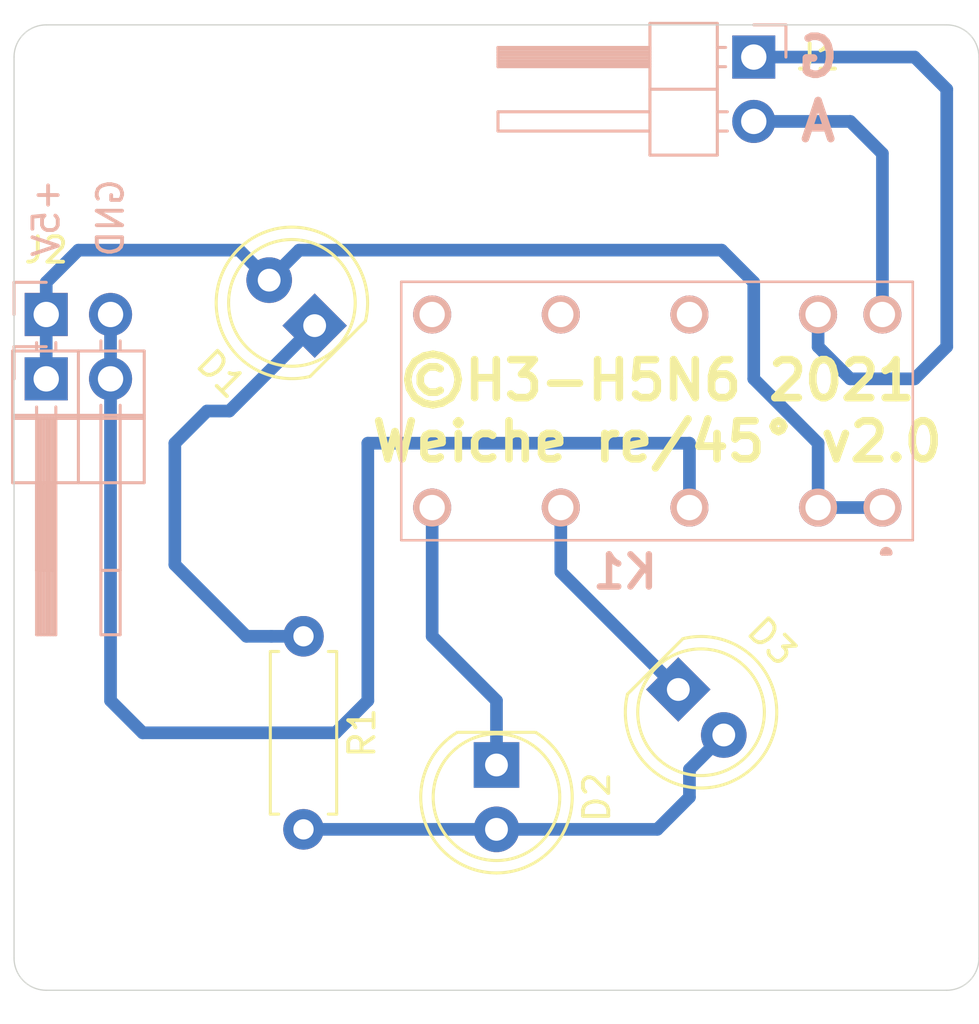
<source format=kicad_pcb>
(kicad_pcb (version 20211014) (generator pcbnew)
  (layers (0 "F.Cu" signal) (31 "B.Cu" signal) (34 "B.Paste" user) (35 "F.Paste" user) (36 "B.SilkS" user "B.Silkscreen") (37 "F.SilkS" user "F.Silkscreen") (38 "B.Mask" user) (39 "F.Mask" user) (44 "Edge.Cuts" user))
  (net 0 "")
  (net 1 "Net-(D1-Pad1)")
  (net 2 "Net-(D2-Pad1)")
  (net 3 "Net-(D3-Pad1)")
  (net 4 "Net-(J1-Pad2)")
  (net 5 "Net-(J1-Pad1)")
  (net 6 "+5V")
  (net 7 "GND")
  (net 8 "Net-(D2-Pad2)")
  (footprint "LEDs:LED_D5.0mm" (layer "F.Cu") (at 141.41 108.39 135)
    (fp_text reference "D1" (at 1.27 -3.96 135) (layer "F.SilkS"))
    (fp_text value "LED")
    (fp_line (start -1.29 -1.545) (end -1.29 1.545) (layer "F.SilkS") (width 0.12))
    (fp_arc (start 4.26 -0.000462) (mid 2.072001 2.880433) (end -1.29 1.54483) (layer "F.SilkS") (width 0.12))
    (fp_arc (start -1.29 -1.54483) (mid 2.072002 -2.880433) (end 4.26 0.000462) (layer "F.SilkS") (width 0.12))
    (fp_circle (center 1.27 0) (end 3.77 0) (layer "F.SilkS") (width 0.12) (fill none))
    (pad "1" thru_hole rect locked (at 0 0 135) (size 1.8 1.8) (drill 0.9) (layers *.Cu *.Mask) (net 1 "Net-(D1-Pad1)"))
    (pad "2" thru_hole circle locked (at 2.54 0 135) (size 1.8 1.8) (drill 0.9) (layers *.Cu *.Mask) (net 6 "+5V"))
  )
  (footprint "LEDs:LED_D5.0mm" (layer "F.Cu") (at 148.59 125.73 -90)
    (fp_text reference "D2" (at 1.27 -3.96 90) (layer "F.SilkS"))
    (fp_text value "LED")
    (fp_line (start -1.29 -1.545) (end -1.29 1.545) (layer "F.SilkS") (width 0.12))
    (fp_arc (start 4.26 -0.000462) (mid 2.072002 2.880433) (end -1.29 1.54483) (layer "F.SilkS") (width 0.12))
    (fp_arc (start -1.29 -1.54483) (mid 2.072002 -2.880433) (end 4.26 0.000462) (layer "F.SilkS") (width 0.12))
    (fp_circle (center 1.27 0) (end 3.77 0) (layer "F.SilkS") (width 0.12) (fill none))
    (pad "1" thru_hole rect locked (at 0 0 270) (size 1.8 1.8) (drill 0.9) (layers *.Cu *.Mask) (net 2 "Net-(D2-Pad1)"))
    (pad "2" thru_hole circle locked (at 2.54 0 270) (size 1.8 1.8) (drill 0.9) (layers *.Cu *.Mask) (net 8 "Net-(D2-Pad2)"))
  )
  (footprint "LEDs:LED_D5.0mm" (layer "F.Cu") (at 155.77 122.75 -45)
    (fp_text reference "D3" (at 1.27 -3.96 135) (layer "F.SilkS"))
    (fp_text value "LED")
    (fp_line (start -1.29 -1.545) (end -1.29 1.545) (layer "F.SilkS") (width 0.12))
    (fp_arc (start -1.29 -1.54483) (mid 2.072002 -2.880433) (end 4.26 0.000462) (layer "F.SilkS") (width 0.12))
    (fp_arc (start 4.26 -0.000462) (mid 2.072001 2.880433) (end -1.29 1.54483) (layer "F.SilkS") (width 0.12))
    (fp_circle (center 1.27 0) (end 3.77 0) (layer "F.SilkS") (width 0.12) (fill none))
    (pad "1" thru_hole rect locked (at 0 0 315) (size 1.8 1.8) (drill 0.9) (layers *.Cu *.Mask) (net 3 "Net-(D3-Pad1)"))
    (pad "2" thru_hole circle locked (at 2.54 0 315) (size 1.8 1.8) (drill 0.9) (layers *.Cu *.Mask) (net 8 "Net-(D2-Pad2)"))
  )
  (footprint "Resistors_THT:R_Axial_DIN0207_L6.3mm_D2.5mm_P7.62mm_Horizontal" (layer "F.Cu") (at 140.97 120.65 -90)
    (fp_text reference "R1" (at 3.81 -2.31 90) (layer "F.SilkS"))
    (fp_text value "100")
    (fp_line (start 0.6 0.98) (end 0.6 1.31) (layer "F.SilkS") (width 0.12))
    (fp_line (start 0.6 1.31) (end 7.02 1.31) (layer "F.SilkS") (width 0.12))
    (fp_line (start 7.02 -1.31) (end 7.02 -0.98) (layer "F.SilkS") (width 0.12))
    (fp_line (start 0.6 -0.98) (end 0.6 -1.31) (layer "F.SilkS") (width 0.12))
    (fp_line (start 0.6 -1.31) (end 7.02 -1.31) (layer "F.SilkS") (width 0.12))
    (fp_line (start 7.02 1.31) (end 7.02 0.98) (layer "F.SilkS") (width 0.12))
    (pad "1" thru_hole circle locked (at 0 0 270) (size 1.6 1.6) (drill 0.8) (layers *.Cu *.Mask) (net 1 "Net-(D1-Pad1)"))
    (pad "2" thru_hole oval locked (at 7.62 0 270) (size 1.6 1.6) (drill 0.8) (layers *.Cu *.Mask) (net 8 "Net-(D2-Pad2)"))
  )
  (footprint "Mounting_Holes:MountingHole_3.2mm_M3" (layer "F.Cu") (at 163.83 130.81 -90)
    (fp_text reference "H1" hide)
    (fp_text value "MountingHole")
    (pad "" np_thru_hole circle locked (at 0 0 270) (size 3.2 3.2) (drill 3.2) (layers *.Cu *.Mask) (thermal_gap 2))
  )
  (footprint "Mounting_Holes:MountingHole_3.2mm_M3" (layer "F.Cu") (at 139.7 115.57 -90)
    (fp_text reference "H1" hide)
    (fp_text value "MountingHole")
    (pad "" np_thru_hole circle locked (at 0 0 270) (size 3.2 3.2) (drill 3.2) (layers *.Cu *.Mask) (thermal_gap 2))
  )
  (footprint "HFD2005SL2D" (layer "B.Cu") (at 163.83 115.57 180)
    (fp_text reference "K1" (at 10.16 -2.54) (layer "B.SilkS") (effects (font (size 1.27 1.27) (thickness 0.254)) (justify mirror)))
    (fp_text value "HFD2_005-S-L2-D" hide)
    (fp_line (start 19 -1.29) (end 19 8.91) (layer "B.SilkS") (width 0.1))
    (fp_line (start -0.1 -1.8) (end -0.1 -1.8) (layer "B.SilkS") (width 0.2))
    (fp_line (start -1.2 8.91) (end -1.2 -1.29) (layer "B.SilkS") (width 0.1))
    (fp_line (start 19 8.91) (end -1.2 8.91) (layer "B.SilkS") (width 0.1))
    (fp_line (start -1.2 -1.29) (end 19 -1.29) (layer "B.SilkS") (width 0.1))
    (fp_line (start 0 -1.8) (end 0 -1.8) (layer "B.SilkS") (width 0.2))
    (fp_line (start -0.1 -1.8) (end -0.1 -1.8) (layer "B.SilkS") (width 0.2))
    (fp_arc (start -0.1 -1.8) (mid -0.15 -1.75) (end -0.2 -1.8) (layer "B.SilkS") (width 0.2))
    (fp_arc (start 0 -1.8) (mid -0.15 -1.65) (end -0.3 -1.8) (layer "B.SilkS") (width 0.2))
    (fp_arc (start -0.1 -1.8) (mid -0.15 -1.75) (end -0.2 -1.8) (layer "B.SilkS") (width 0.2))
    (pad "1" thru_hole circle locked (at 0 0 90) (size 1.5 1.5) (drill 1) (layers *.Cu *.Mask "B.SilkS") (net 6 "+5V"))
    (pad "2" thru_hole circle locked (at 2.54 0 90) (size 1.5 1.5) (drill 1) (layers *.Cu *.Mask "B.SilkS") (net 6 "+5V"))
    (pad "4" thru_hole circle locked (at 7.62 0 90) (size 1.5 1.5) (drill 1) (layers *.Cu *.Mask "B.SilkS") (net 7 "GND"))
    (pad "6" thru_hole circle locked (at 12.7 0 90) (size 1.5 1.5) (drill 1) (layers *.Cu *.Mask "B.SilkS") (net 3 "Net-(D3-Pad1)"))
    (pad "8" thru_hole circle locked (at 17.78 0 90) (size 1.5 1.5) (drill 1) (layers *.Cu *.Mask "B.SilkS") (net 2 "Net-(D2-Pad1)"))
    (pad "9" thru_hole circle locked (at 17.78 7.62 90) (size 1.5 1.5) (drill 1) (layers *.Cu *.Mask "B.SilkS"))
    (pad "11" thru_hole circle locked (at 12.7 7.62 90) (size 1.5 1.5) (drill 1) (layers *.Cu *.Mask "B.SilkS"))
    (pad "13" thru_hole circle locked (at 7.62 7.62 90) (size 1.5 1.5) (drill 1) (layers *.Cu *.Mask "B.SilkS"))
    (pad "15" thru_hole circle locked (at 2.54 7.62 90) (size 1.5 1.5) (drill 1) (layers *.Cu *.Mask "B.SilkS") (net 5 "Net-(J1-Pad1)"))
    (pad "16" thru_hole circle locked (at 0 7.62 90) (size 1.5 1.5) (drill 1) (layers *.Cu *.Mask "B.SilkS") (net 4 "Net-(J1-Pad2)"))
  )
  (footprint "Pin_Headers:Pin_Header_Angled_1x02_Pitch2.54mm" (layer "B.Cu") (at 158.75 97.79 180)
    (fp_text reference "J1" (at -2.54 0 180) (layer "F.SilkS"))
    (fp_text value "Conn_01x02_Male")
    (fp_line (start 4.1 0.38) (end 10.1 0.38) (layer "B.SilkS") (width 0.12))
    (fp_line (start 10.1 -2.92) (end 4.1 -2.92) (layer "B.SilkS") (width 0.12))
    (fp_line (start 4.1 -2.16) (end 10.1 -2.16) (layer "B.SilkS") (width 0.12))
    (fp_line (start 4.1 0.32) (end 10.1 0.32) (layer "B.SilkS") (width 0.12))
    (fp_line (start 4.1 0.08) (end 10.1 0.08) (layer "B.SilkS") (width 0.12))
    (fp_line (start 1.44 -3.87) (end 4.1 -3.87) (layer "B.SilkS") (width 0.12))
    (fp_line (start 4.1 0.2) (end 10.1 0.2) (layer "B.SilkS") (width 0.12))
    (fp_line (start 4.1 -0.04) (end 10.1 -0.04) (layer "B.SilkS") (width 0.12))
    (fp_line (start 1.042929 -2.92) (end 1.44 -2.92) (layer "B.SilkS") (width 0.12))
    (fp_line (start 1.11 -0.38) (end 1.44 -0.38) (layer "B.SilkS") (width 0.12))
    (fp_line (start -1.27 1.27) (end 0 1.27) (layer "B.SilkS") (width 0.12))
    (fp_line (start 1.44 1.33) (end 1.44 -3.87) (layer "B.SilkS") (width 0.12))
    (fp_line (start 4.1 -0.28) (end 10.1 -0.28) (layer "B.SilkS") (width 0.12))
    (fp_line (start 10.1 -0.38) (end 4.1 -0.38) (layer "B.SilkS") (width 0.12))
    (fp_line (start 4.1 -0.16) (end 10.1 -0.16) (layer "B.SilkS") (width 0.12))
    (fp_line (start 10.1 -2.16) (end 10.1 -2.92) (layer "B.SilkS") (width 0.12))
    (fp_line (start -1.27 0) (end -1.27 1.27) (layer "B.SilkS") (width 0.12))
    (fp_line (start 1.11 0.38) (end 1.44 0.38) (layer "B.SilkS") (width 0.12))
    (fp_line (start 4.1 -3.87) (end 4.1 1.33) (layer "B.SilkS") (width 0.12))
    (fp_line (start 1.042929 -2.16) (end 1.44 -2.16) (layer "B.SilkS") (width 0.12))
    (fp_line (start 1.44 -1.27) (end 4.1 -1.27) (layer "B.SilkS") (width 0.12))
    (fp_line (start 4.1 1.33) (end 1.44 1.33) (layer "B.SilkS") (width 0.12))
    (fp_line (start 10.1 0.38) (end 10.1 -0.38) (layer "B.SilkS") (width 0.12))
    (pad "1" thru_hole rect locked (at 0 0 180) (size 1.7 1.7) (drill 1) (layers *.Cu *.Mask) (net 5 "Net-(J1-Pad1)"))
    (pad "2" thru_hole oval locked (at 0 -2.54 180) (size 1.7 1.7) (drill 1) (layers *.Cu *.Mask) (net 4 "Net-(J1-Pad2)"))
  )
  (footprint "Pin_Headers:Pin_Header_Angled_1x02_Pitch2.54mm" (layer "B.Cu") (at 130.81 110.49 -90)
    (fp_text reference "J2" (at -5.08 0 180) (layer "F.SilkS"))
    (fp_text value "Power")
    (fp_line (start -1.27 0) (end -1.27 1.27) (layer "B.SilkS") (width 0.12))
    (fp_line (start 1.44 -3.87) (end 4.1 -3.87) (layer "B.SilkS") (width 0.12))
    (fp_line (start 1.042929 -2.16) (end 1.44 -2.16) (layer "B.SilkS") (width 0.12))
    (fp_line (start 4.1 -2.16) (end 10.1 -2.16) (layer "B.SilkS") (width 0.12))
    (fp_line (start 1.042929 -2.92) (end 1.44 -2.92) (layer "B.SilkS") (width 0.12))
    (fp_line (start 10.1 -2.92) (end 4.1 -2.92) (layer "B.SilkS") (width 0.12))
    (fp_line (start 1.44 1.33) (end 1.44 -3.87) (layer "B.SilkS") (width 0.12))
    (fp_line (start 4.1 -3.87) (end 4.1 1.33) (layer "B.SilkS") (width 0.12))
    (fp_line (start 4.1 -0.16) (end 10.1 -0.16) (layer "B.SilkS") (width 0.12))
    (fp_line (start 4.1 0.32) (end 10.1 0.32) (layer "B.SilkS") (width 0.12))
    (fp_line (start 10.1 0.38) (end 10.1 -0.38) (layer "B.SilkS") (width 0.12))
    (fp_line (start 4.1 1.33) (end 1.44 1.33) (layer "B.SilkS") (width 0.12))
    (fp_line (start 1.11 -0.38) (end 1.44 -0.38) (layer "B.SilkS") (width 0.12))
    (fp_line (start -1.27 1.27) (end 0 1.27) (layer "B.SilkS") (width 0.12))
    (fp_line (start 4.1 0.2) (end 10.1 0.2) (layer "B.SilkS") (width 0.12))
    (fp_line (start 4.1 0.08) (end 10.1 0.08) (layer "B.SilkS") (width 0.12))
    (fp_line (start 10.1 -2.16) (end 10.1 -2.92) (layer "B.SilkS") (width 0.12))
    (fp_line (start 4.1 -0.04) (end 10.1 -0.04) (layer "B.SilkS") (width 0.12))
    (fp_line (start 4.1 -0.28) (end 10.1 -0.28) (layer "B.SilkS") (width 0.12))
    (fp_line (start 10.1 -0.38) (end 4.1 -0.38) (layer "B.SilkS") (width 0.12))
    (fp_line (start 4.1 0.38) (end 10.1 0.38) (layer "B.SilkS") (width 0.12))
    (fp_line (start 1.11 0.38) (end 1.44 0.38) (layer "B.SilkS") (width 0.12))
    (fp_line (start 1.44 -1.27) (end 4.1 -1.27) (layer "B.SilkS") (width 0.12))
    (pad "1" thru_hole rect locked (at 0 0 270) (size 1.7 1.7) (drill 1) (layers *.Cu *.Mask) (net 6 "+5V"))
    (pad "2" thru_hole oval locked (at 0 -2.54 270) (size 1.7 1.7) (drill 1) (layers *.Cu *.Mask) (net 7 "GND"))
  )
  (footprint "Pin_Headers:Pin_Header_Angled_1x02_Pitch2.54mm" (layer "B.Cu") (at 130.81 107.95 -90)
    (fp_text reference "J3" hide)
    (fp_text value "Conn_01x02_Male")
    (fp_line (start 4.1 -0.04) (end 10.1 -0.04) (layer "B.SilkS") (width 0.12))
    (fp_line (start 1.042929 -2.16) (end 1.44 -2.16) (layer "B.SilkS") (width 0.12))
    (fp_line (start 1.11 -0.38) (end 1.44 -0.38) (layer "B.SilkS") (width 0.12))
    (fp_line (start 1.44 -1.27) (end 4.1 -1.27) (layer "B.SilkS") (width 0.12))
    (fp_line (start 4.1 -0.16) (end 10.1 -0.16) (layer "B.SilkS") (width 0.12))
    (fp_line (start 4.1 -3.87) (end 4.1 1.33) (layer "B.SilkS") (width 0.12))
    (fp_line (start 4.1 -2.16) (end 10.1 -2.16) (layer "B.SilkS") (width 0.12))
    (fp_line (start 10.1 -0.38) (end 4.1 -0.38) (layer "B.SilkS") (width 0.12))
    (fp_line (start 10.1 -2.92) (end 4.1 -2.92) (layer "B.SilkS") (width 0.12))
    (fp_line (start 1.44 1.33) (end 1.44 -3.87) (layer "B.SilkS") (width 0.12))
    (fp_line (start 1.44 -3.87) (end 4.1 -3.87) (layer "B.SilkS") (width 0.12))
    (fp_line (start -1.27 1.27) (end 0 1.27) (layer "B.SilkS") (width 0.12))
    (fp_line (start 4.1 0.32) (end 10.1 0.32) (layer "B.SilkS") (width 0.12))
    (fp_line (start -1.27 0) (end -1.27 1.27) (layer "B.SilkS") (width 0.12))
    (fp_line (start 4.1 1.33) (end 1.44 1.33) (layer "B.SilkS") (width 0.12))
    (fp_line (start 10.1 -2.16) (end 10.1 -2.92) (layer "B.SilkS") (width 0.12))
    (fp_line (start 4.1 0.2) (end 10.1 0.2) (layer "B.SilkS") (width 0.12))
    (fp_line (start 1.042929 -2.92) (end 1.44 -2.92) (layer "B.SilkS") (width 0.12))
    (fp_line (start 4.1 -0.28) (end 10.1 -0.28) (layer "B.SilkS") (width 0.12))
    (fp_line (start 4.1 0.38) (end 10.1 0.38) (layer "B.SilkS") (width 0.12))
    (fp_line (start 10.1 0.38) (end 10.1 -0.38) (layer "B.SilkS") (width 0.12))
    (fp_line (start 4.1 0.08) (end 10.1 0.08) (layer "B.SilkS") (width 0.12))
    (fp_line (start 1.11 0.38) (end 1.44 0.38) (layer "B.SilkS") (width 0.12))
    (pad "1" thru_hole rect locked (at 0 0 270) (size 1.7 1.7) (drill 1) (layers *.Cu *.Mask) (net 6 "+5V"))
    (pad "2" thru_hole oval locked (at 0 -2.54 270) (size 1.7 1.7) (drill 1) (layers *.Cu *.Mask) (net 7 "GND"))
  )
  (gr_line (start 130.81 96.52) (end 166.37 96.52) (layer "Edge.Cuts") (width 0.05))
  (gr_arc (start 130.81 134.62) (mid 129.911974 134.248026) (end 129.54 133.35) (layer "Edge.Cuts") (width 0.05))
  (gr_arc (start 166.37 96.52) (mid 167.268026 96.891974) (end 167.64 97.79) (layer "Edge.Cuts") (width 0.05))
  (gr_arc (start 167.64 133.35) (mid 167.268026 134.248026) (end 166.37 134.62) (layer "Edge.Cuts") (width 0.05))
  (gr_line (start 166.37 134.62) (end 130.81 134.62) (layer "Edge.Cuts") (width 0.05))
  (gr_line (start 167.64 97.79) (end 167.64 133.35) (layer "Edge.Cuts") (width 0.05))
  (gr_line (start 129.54 133.35) (end 129.54 97.79) (layer "Edge.Cuts") (width 0.05))
  (gr_arc (start 129.54 97.79) (mid 129.911974 96.891974) (end 130.81 96.52) (layer "Edge.Cuts") (width 0.05))
  (gr_text "+5V" (at 130.81 104.14 90) (layer "B.SilkS") (effects (font (size 1 1)) (justify mirror)))
  (gr_text "A" (at 161.29 100.33) (layer "B.SilkS") (effects (font (size 1.5 1.5) (thickness 0.3))))
  (gr_text "G" (at 161.29 97.79) (layer "B.SilkS") (effects (font (size 1.5 1.5) (thickness 0.3)) (justify mirror)))
  (gr_text "GND" (at 133.35 104.14 90) (layer "B.SilkS") (effects (font (size 1 1)) (justify mirror)))
  (gr_text "©H3-H5N6 2021\nWeiche re/45° v2.0" (at 154.94 111.76) (layer "F.SilkS") (effects (font (size 1.5 1.5) (thickness 0.3))))
  (segment (start 135.89 117.824001) (end 138.715999 120.65) (width 0.5) (layer "B.Cu") (net 1))
  (segment (start 138.04 111.76) (end 137.16 111.76) (width 0.5) (layer "B.Cu") (net 1))
  (segment (start 139.7 120.65) (end 140.97 120.65) (width 0.5) (layer "B.Cu") (net 1))
  (segment (start 138.715999 120.65) (end 139.7 120.65) (width 0.5) (layer "B.Cu") (net 1))
  (segment (start 141.41 108.39) (end 138.04 111.76) (width 0.5) (layer "B.Cu") (net 1))
  (segment (start 137.16 111.76) (end 135.89 113.03) (width 0.5) (layer "B.Cu") (net 1))
  (segment (start 135.89 113.03) (end 135.89 117.824001) (width 0.5) (layer "B.Cu") (net 1))
  (segment (start 148.59 123.19) (end 148.59 125.73) (width 0.5) (layer "B.Cu") (net 2))
  (segment (start 146.05 120.65) (end 148.59 123.19) (width 0.5) (layer "B.Cu") (net 2))
  (segment (start 146.05 115.57) (end 146.05 120.65) (width 0.5) (layer "B.Cu") (net 2))
  (segment (start 151.13 118.11) (end 155.77 122.75) (width 0.5) (layer "B.Cu") (net 3))
  (segment (start 151.13 115.57) (end 151.13 118.11) (width 0.5) (layer "B.Cu") (net 3))
  (segment (start 163.83 101.6) (end 163.83 107.95) (width 0.5) (layer "B.Cu") (net 4))
  (segment (start 158.75 100.33) (end 162.56 100.33) (width 0.5) (layer "B.Cu") (net 4))
  (segment (start 162.56 100.33) (end 163.83 101.6) (width 0.5) (layer "B.Cu") (net 4))
  (segment (start 165.1 97.79) (end 158.75 97.79) (width 0.5) (layer "B.Cu") (net 5))
  (segment (start 166.37 99.06) (end 165.1 97.79) (width 0.5) (layer "B.Cu") (net 5))
  (segment (start 161.29 109.22) (end 162.56 110.49) (width 0.5) (layer "B.Cu") (net 5))
  (segment (start 165.1 110.49) (end 166.37 109.22) (width 0.5) (layer "B.Cu") (net 5))
  (segment (start 166.37 109.22) (end 166.37 99.06) (width 0.5) (layer "B.Cu") (net 5))
  (segment (start 162.56 110.49) (end 165.1 110.49) (width 0.5) (layer "B.Cu") (net 5))
  (segment (start 161.29 107.95) (end 161.29 109.22) (width 0.5) (layer "B.Cu") (net 5))
  (segment (start 138.43 105.41) (end 139.613949 106.593949) (width 0.5) (layer "B.Cu") (net 6))
  (segment (start 130.81 107.95) (end 130.81 106.68) (width 0.5) (layer "B.Cu") (net 6))
  (segment (start 158.75 106.68) (end 158.75 110.49) (width 0.5) (layer "B.Cu") (net 6))
  (segment (start 140.797898 105.41) (end 157.48 105.41) (width 0.5) (layer "B.Cu") (net 6))
  (segment (start 158.75 110.49) (end 161.29 113.03) (width 0.5) (layer "B.Cu") (net 6))
  (segment (start 139.613949 106.593949) (end 140.797898 105.41) (width 0.5) (layer "B.Cu") (net 6))
  (segment (start 132.08 105.41) (end 138.43 105.41) (width 0.5) (layer "B.Cu") (net 6))
  (segment (start 157.48 105.41) (end 158.75 106.68) (width 0.5) (layer "B.Cu") (net 6))
  (segment (start 130.81 106.68) (end 132.08 105.41) (width 0.5) (layer "B.Cu") (net 6))
  (segment (start 161.29 113.03) (end 161.29 115.57) (width 0.5) (layer "B.Cu") (net 6))
  (segment (start 161.29 115.57) (end 163.83 115.57) (width 0.5) (layer "B.Cu") (net 6))
  (segment (start 130.81 110.49) (end 130.81 107.95) (width 0.5) (layer "B.Cu") (net 6))
  (segment (start 142.24 124.46) (end 143.51 123.19) (width 0.5) (layer "B.Cu") (net 7))
  (segment (start 156.21 113.03) (end 156.21 115.57) (width 0.5) (layer "B.Cu") (net 7))
  (segment (start 134.62 124.46) (end 133.35 123.19) (width 0.5) (layer "B.Cu") (net 7))
  (segment (start 133.35 123.19) (end 133.35 110.49) (width 0.5) (layer "B.Cu") (net 7))
  (segment (start 143.51 113.03) (end 156.21 113.03) (width 0.5) (layer "B.Cu") (net 7))
  (segment (start 143.51 123.19) (end 143.51 113.03) (width 0.5) (layer "B.Cu") (net 7))
  (segment (start 142.24 124.46) (end 134.62 124.46) (width 0.5) (layer "B.Cu") (net 7))
  (segment (start 133.35 110.49) (end 133.35 107.95) (width 0.5) (layer "B.Cu") (net 7))
  (segment (start 154.94 128.27) (end 156.21 127) (width 0.5) (layer "B.Cu") (net 8))
  (segment (start 156.21 125.902102) (end 157.566051 124.546051) (width 0.5) (layer "B.Cu") (net 8))
  (segment (start 156.21 127) (end 156.21 125.902102) (width 0.5) (layer "B.Cu") (net 8))
  (segment (start 140.97 128.27) (end 148.59 128.27) (width 0.5) (layer "B.Cu") (net 8))
  (segment (start 148.59 128.27) (end 154.94 128.27) (width 0.5) (layer "B.Cu") (net 8))
)
</source>
